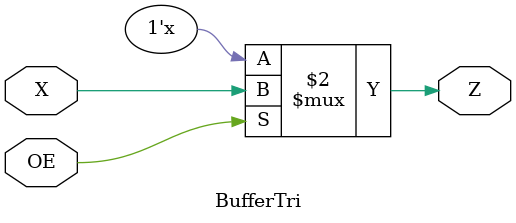
<source format=v>


`timescale 1ns / 100ps

module BufferTri (

   input  wire X, OE,
   output wire Z ) ;

   // conditional assignment (MUX-style)
   assign Z = (OE == 1'b1) ? X : 1'bz ;   // **NOTE: same as Z = (OE) ? X : 1'bz ;

   // gate-primitive instantiation
   //bufif1 u1 (Z,X,OE) ;                 // bufif1 = active-high output-enable, bufif0 = active-low. Additional notif0/notif1 exist for three-state inverters

endmodule


</source>
